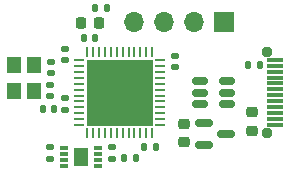
<source format=gbr>
%TF.GenerationSoftware,KiCad,Pcbnew,8.0.3*%
%TF.CreationDate,2024-07-16T14:46:07-05:00*%
%TF.ProjectId,kryptonite,6b727970-746f-46e6-9974-652e6b696361,rev?*%
%TF.SameCoordinates,PX813b7f0PY6643331*%
%TF.FileFunction,Soldermask,Top*%
%TF.FilePolarity,Negative*%
%FSLAX46Y46*%
G04 Gerber Fmt 4.6, Leading zero omitted, Abs format (unit mm)*
G04 Created by KiCad (PCBNEW 8.0.3) date 2024-07-16 14:46:07*
%MOMM*%
%LPD*%
G01*
G04 APERTURE LIST*
G04 Aperture macros list*
%AMRoundRect*
0 Rectangle with rounded corners*
0 $1 Rounding radius*
0 $2 $3 $4 $5 $6 $7 $8 $9 X,Y pos of 4 corners*
0 Add a 4 corners polygon primitive as box body*
4,1,4,$2,$3,$4,$5,$6,$7,$8,$9,$2,$3,0*
0 Add four circle primitives for the rounded corners*
1,1,$1+$1,$2,$3*
1,1,$1+$1,$4,$5*
1,1,$1+$1,$6,$7*
1,1,$1+$1,$8,$9*
0 Add four rect primitives between the rounded corners*
20,1,$1+$1,$2,$3,$4,$5,0*
20,1,$1+$1,$4,$5,$6,$7,0*
20,1,$1+$1,$6,$7,$8,$9,0*
20,1,$1+$1,$8,$9,$2,$3,0*%
G04 Aperture macros list end*
%ADD10RoundRect,0.062500X-0.375000X-0.062500X0.375000X-0.062500X0.375000X0.062500X-0.375000X0.062500X0*%
%ADD11RoundRect,0.062500X-0.062500X-0.375000X0.062500X-0.375000X0.062500X0.375000X-0.062500X0.375000X0*%
%ADD12R,5.600000X5.600000*%
%ADD13RoundRect,0.225000X0.250000X-0.225000X0.250000X0.225000X-0.250000X0.225000X-0.250000X-0.225000X0*%
%ADD14RoundRect,0.140000X0.140000X0.170000X-0.140000X0.170000X-0.140000X-0.170000X0.140000X-0.170000X0*%
%ADD15RoundRect,0.140000X0.170000X-0.140000X0.170000X0.140000X-0.170000X0.140000X-0.170000X-0.140000X0*%
%ADD16RoundRect,0.135000X-0.185000X0.135000X-0.185000X-0.135000X0.185000X-0.135000X0.185000X0.135000X0*%
%ADD17R,1.200000X1.400000*%
%ADD18RoundRect,0.140000X-0.170000X0.140000X-0.170000X-0.140000X0.170000X-0.140000X0.170000X0.140000X0*%
%ADD19RoundRect,0.135000X-0.135000X-0.185000X0.135000X-0.185000X0.135000X0.185000X-0.135000X0.185000X0*%
%ADD20RoundRect,0.135000X0.135000X0.185000X-0.135000X0.185000X-0.135000X-0.185000X0.135000X-0.185000X0*%
%ADD21RoundRect,0.140000X-0.140000X-0.170000X0.140000X-0.170000X0.140000X0.170000X-0.140000X0.170000X0*%
%ADD22R,0.750000X0.300000*%
%ADD23R,1.300000X1.500000*%
%ADD24RoundRect,0.225000X-0.250000X0.225000X-0.250000X-0.225000X0.250000X-0.225000X0.250000X0.225000X0*%
%ADD25RoundRect,0.128000X0.272000X-0.272000X0.272000X0.272000X-0.272000X0.272000X-0.272000X-0.272000X0*%
%ADD26RoundRect,0.080000X0.620000X-0.080000X0.620000X0.080000X-0.620000X0.080000X-0.620000X-0.080000X0*%
%ADD27RoundRect,0.087500X0.612500X-0.087500X0.612500X0.087500X-0.612500X0.087500X-0.612500X-0.087500X0*%
%ADD28RoundRect,0.150000X-0.587500X-0.150000X0.587500X-0.150000X0.587500X0.150000X-0.587500X0.150000X0*%
%ADD29R,1.700000X1.700000*%
%ADD30O,1.700000X1.700000*%
%ADD31RoundRect,0.150000X0.512500X0.150000X-0.512500X0.150000X-0.512500X-0.150000X0.512500X-0.150000X0*%
%ADD32RoundRect,0.225000X-0.225000X-0.250000X0.225000X-0.250000X0.225000X0.250000X-0.225000X0.250000X0*%
G04 APERTURE END LIST*
D10*
%TO.C,U1*%
X8125000Y11290001D03*
X8125000Y10790001D03*
X8125000Y10290001D03*
X8125000Y9790001D03*
X8125000Y9290001D03*
X8125000Y8790001D03*
X8125000Y8290001D03*
X8125000Y7790001D03*
X8125000Y7290001D03*
X8125000Y6790001D03*
X8125000Y6290001D03*
X8125000Y5790001D03*
D11*
X8812500Y5102501D03*
X9312500Y5102501D03*
X9812500Y5102501D03*
X10312500Y5102501D03*
X10812500Y5102501D03*
X11312500Y5102501D03*
X11812500Y5102501D03*
X12312500Y5102501D03*
X12812500Y5102501D03*
X13312500Y5102501D03*
X13812500Y5102501D03*
X14312500Y5102501D03*
D10*
X15000000Y5790001D03*
X15000000Y6290001D03*
X15000000Y6790001D03*
X15000000Y7290001D03*
X15000000Y7790001D03*
X15000000Y8290001D03*
X15000000Y8790001D03*
X15000000Y9290001D03*
X15000000Y9790001D03*
X15000000Y10290001D03*
X15000000Y10790001D03*
X15000000Y11290001D03*
D11*
X14312500Y11977501D03*
X13812500Y11977501D03*
X13312500Y11977501D03*
X12812500Y11977501D03*
X12312500Y11977501D03*
X11812500Y11977501D03*
X11312500Y11977501D03*
X10812500Y11977501D03*
X10312500Y11977501D03*
X9812500Y11977501D03*
X9312500Y11977501D03*
X8812500Y11977501D03*
D12*
X11562500Y8540001D03*
%TD*%
D13*
%TO.C,C12*%
X16985000Y4365001D03*
X16985000Y5915001D03*
%TD*%
D14*
%TO.C,C4*%
X14600000Y3890001D03*
X13640000Y3890001D03*
%TD*%
D15*
%TO.C,C2*%
X6960000Y11290001D03*
X6960000Y12250001D03*
%TD*%
D16*
%TO.C,R3*%
X10880000Y3970001D03*
X10880000Y2950001D03*
%TD*%
D17*
%TO.C,Y1*%
X2610000Y10860001D03*
X2610000Y8660001D03*
X4310000Y8660001D03*
X4310000Y10860001D03*
%TD*%
D18*
%TO.C,C10*%
X5660000Y3890001D03*
X5660000Y2930001D03*
%TD*%
D19*
%TO.C,R4*%
X22407500Y10870001D03*
X23427500Y10870001D03*
%TD*%
D20*
%TO.C,R2*%
X12940000Y2960001D03*
X11920000Y2960001D03*
%TD*%
D21*
%TO.C,C7*%
X5030000Y7150001D03*
X5990000Y7150001D03*
%TD*%
D22*
%TO.C,U2*%
X6830000Y3810001D03*
X6830000Y3310001D03*
X6830000Y2810001D03*
X6830000Y2310001D03*
X9730000Y2310001D03*
X9730000Y2810001D03*
X9730000Y3310001D03*
X9730000Y3810001D03*
D23*
X8280000Y3060001D03*
%TD*%
D24*
%TO.C,C11*%
X22800000Y6875001D03*
X22800000Y5325001D03*
%TD*%
D25*
%TO.C,P1*%
X24037500Y5135001D03*
D26*
X24687500Y11310001D03*
D25*
X24037500Y11985001D03*
D27*
X24687500Y10810001D03*
X24687500Y10310001D03*
X24687500Y9810001D03*
X24687500Y9310001D03*
X24687500Y8810001D03*
X24687500Y8310001D03*
X24687500Y7810001D03*
X24687500Y7310001D03*
X24687500Y6810001D03*
X24687500Y6310001D03*
D26*
X24687500Y5810001D03*
%TD*%
D28*
%TO.C,U3*%
X18710000Y5990001D03*
X18710000Y4090001D03*
X20585000Y5040001D03*
%TD*%
D15*
%TO.C,C8*%
X5710000Y10180001D03*
X5710000Y11140001D03*
%TD*%
D19*
%TO.C,R1*%
X9500000Y15690001D03*
X10520000Y15690001D03*
%TD*%
D18*
%TO.C,C5*%
X16210000Y11670001D03*
X16210000Y10710001D03*
%TD*%
D15*
%TO.C,C3*%
X6970000Y7090001D03*
X6970000Y8050001D03*
%TD*%
%TO.C,C9*%
X5690000Y8260001D03*
X5690000Y9220001D03*
%TD*%
D29*
%TO.C,J1*%
X20390000Y14550001D03*
D30*
X17850000Y14550001D03*
X15310000Y14550001D03*
X12770000Y14550001D03*
%TD*%
D31*
%TO.C,U4*%
X20647500Y7590001D03*
X20647500Y8540001D03*
X20647500Y9490001D03*
X18372500Y9490001D03*
X18372500Y8540001D03*
X18372500Y7590001D03*
%TD*%
D32*
%TO.C,C1*%
X8250000Y14450001D03*
X9800000Y14450001D03*
%TD*%
D21*
%TO.C,C6*%
X8540000Y13180001D03*
X9500000Y13180001D03*
%TD*%
M02*

</source>
